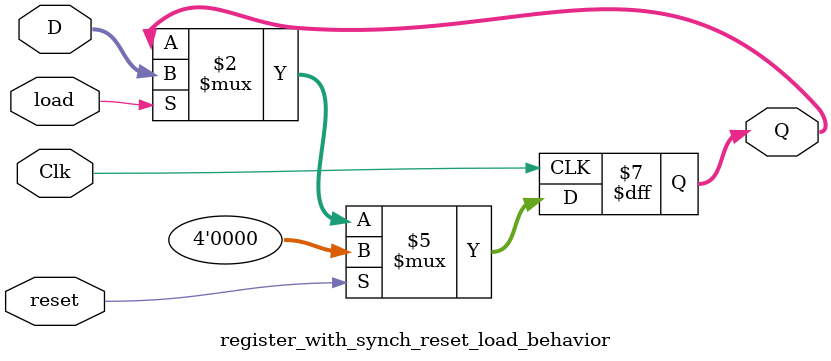
<source format=v>
`timescale 1ns / 1ps


module register_with_synch_reset_load_behavior(
    input [3:0] D,
    input Clk,
    input reset,
    input load,
    output reg [3:0] Q
    );
    always @(posedge Clk)
        if (reset)
        begin
            Q <= 0;
        end else if (load)
        begin
            Q <= D;
        end
endmodule

</source>
